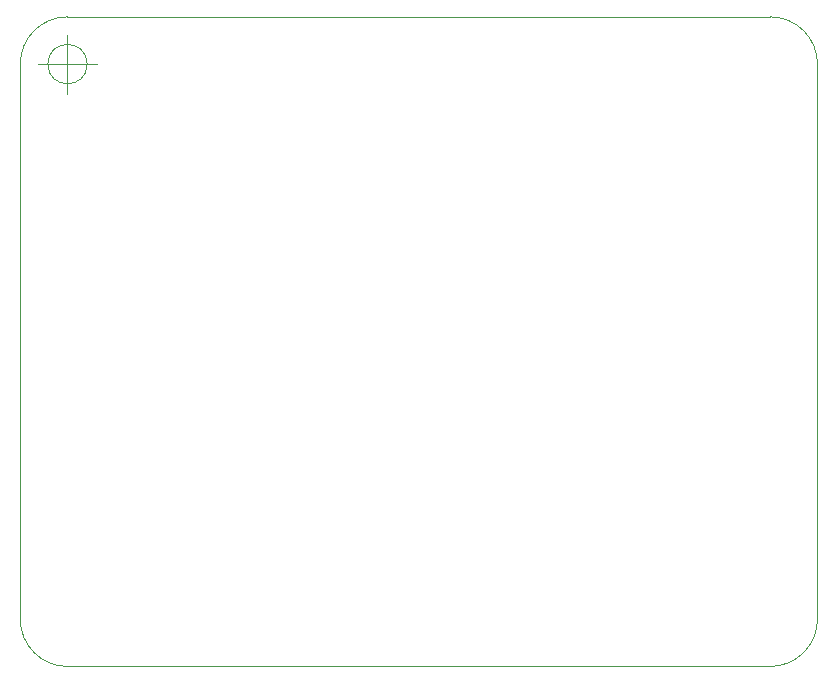
<source format=gbr>
%TF.GenerationSoftware,KiCad,Pcbnew,(6.0.10)*%
%TF.CreationDate,2023-06-21T21:11:52+02:00*%
%TF.ProjectId,FOX-PDA-v1 controller shield,464f582d-5044-4412-9d76-3120636f6e74,rev?*%
%TF.SameCoordinates,Original*%
%TF.FileFunction,Profile,NP*%
%FSLAX46Y46*%
G04 Gerber Fmt 4.6, Leading zero omitted, Abs format (unit mm)*
G04 Created by KiCad (PCBNEW (6.0.10)) date 2023-06-21 21:11:52*
%MOMM*%
%LPD*%
G01*
G04 APERTURE LIST*
%TA.AperFunction,Profile*%
%ADD10C,0.050000*%
%TD*%
%TA.AperFunction,Profile*%
%ADD11C,0.038100*%
%TD*%
G04 APERTURE END LIST*
D10*
X185000000Y-72500000D02*
X185000000Y-119500000D01*
X121500000Y-68500000D02*
X181000000Y-68500000D01*
X117500000Y-119500000D02*
G75*
G03*
X121500000Y-123500000I4000000J0D01*
G01*
X185000000Y-72500000D02*
G75*
G03*
X181000000Y-68500000I-4000000J0D01*
G01*
X121500000Y-68500000D02*
G75*
G03*
X117500000Y-72500000I0J-4000000D01*
G01*
X181000000Y-123500000D02*
X121500000Y-123500000D01*
X117500000Y-119500000D02*
X117500000Y-72500000D01*
X181000000Y-123500000D02*
G75*
G03*
X185000000Y-119500000I0J4000000D01*
G01*
D11*
X123166666Y-72500000D02*
G75*
G03*
X123166666Y-72500000I-1666666J0D01*
G01*
X119000000Y-72500000D02*
X124000000Y-72500000D01*
X121500000Y-70000000D02*
X121500000Y-75000000D01*
X123166666Y-72500000D02*
G75*
G03*
X123166666Y-72500000I-1666666J0D01*
G01*
X119000000Y-72500000D02*
X124000000Y-72500000D01*
X121500000Y-70000000D02*
X121500000Y-75000000D01*
X123166666Y-72500000D02*
G75*
G03*
X123166666Y-72500000I-1666666J0D01*
G01*
X119000000Y-72500000D02*
X124000000Y-72500000D01*
X121500000Y-70000000D02*
X121500000Y-75000000D01*
X123166666Y-72500000D02*
G75*
G03*
X123166666Y-72500000I-1666666J0D01*
G01*
X119000000Y-72500000D02*
X124000000Y-72500000D01*
X121500000Y-70000000D02*
X121500000Y-75000000D01*
M02*

</source>
